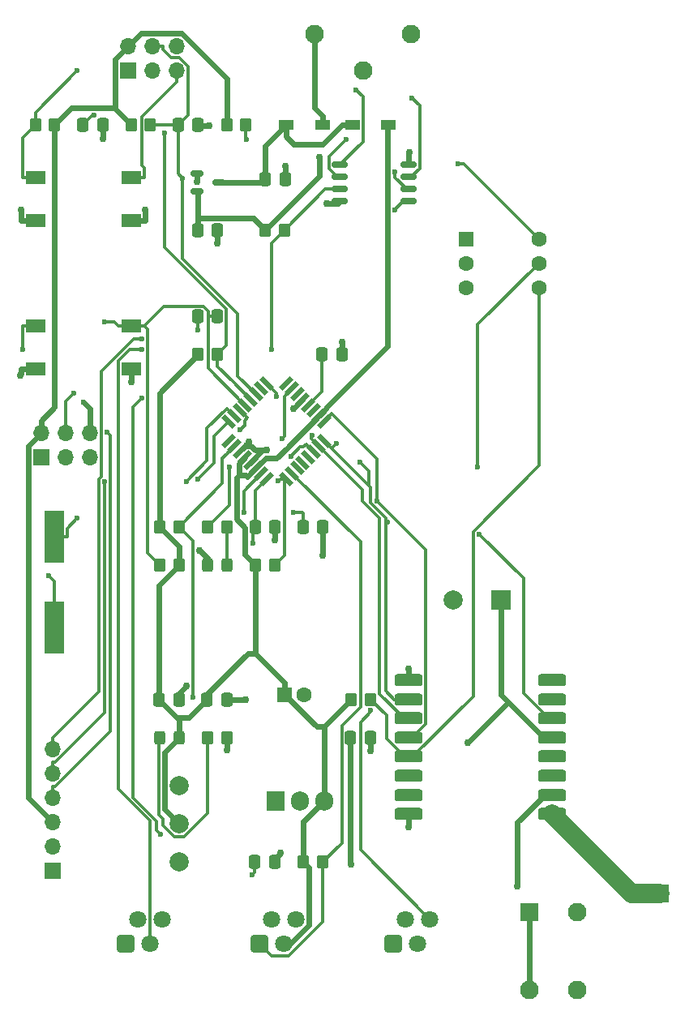
<source format=gbr>
%TF.GenerationSoftware,KiCad,Pcbnew,9.0.0*%
%TF.CreationDate,2025-03-09T10:23:32+01:00*%
%TF.ProjectId,ws_3.0,77735f33-2e30-42e6-9b69-6361645f7063,rev?*%
%TF.SameCoordinates,Original*%
%TF.FileFunction,Copper,L1,Top*%
%TF.FilePolarity,Positive*%
%FSLAX46Y46*%
G04 Gerber Fmt 4.6, Leading zero omitted, Abs format (unit mm)*
G04 Created by KiCad (PCBNEW 9.0.0) date 2025-03-09 10:23:32*
%MOMM*%
%LPD*%
G01*
G04 APERTURE LIST*
G04 Aperture macros list*
%AMRoundRect*
0 Rectangle with rounded corners*
0 $1 Rounding radius*
0 $2 $3 $4 $5 $6 $7 $8 $9 X,Y pos of 4 corners*
0 Add a 4 corners polygon primitive as box body*
4,1,4,$2,$3,$4,$5,$6,$7,$8,$9,$2,$3,0*
0 Add four circle primitives for the rounded corners*
1,1,$1+$1,$2,$3*
1,1,$1+$1,$4,$5*
1,1,$1+$1,$6,$7*
1,1,$1+$1,$8,$9*
0 Add four rect primitives between the rounded corners*
20,1,$1+$1,$2,$3,$4,$5,0*
20,1,$1+$1,$4,$5,$6,$7,0*
20,1,$1+$1,$6,$7,$8,$9,0*
20,1,$1+$1,$8,$9,$2,$3,0*%
%AMRotRect*
0 Rectangle, with rotation*
0 The origin of the aperture is its center*
0 $1 length*
0 $2 width*
0 $3 Rotation angle, in degrees counterclockwise*
0 Add horizontal line*
21,1,$1,$2,0,0,$3*%
G04 Aperture macros list end*
%TA.AperFunction,ComponentPad*%
%ADD10R,1.905000X2.000000*%
%TD*%
%TA.AperFunction,ComponentPad*%
%ADD11O,1.905000X2.000000*%
%TD*%
%TA.AperFunction,SMDPad,CuDef*%
%ADD12R,2.100000X1.400000*%
%TD*%
%TA.AperFunction,SMDPad,CuDef*%
%ADD13RoundRect,0.250000X-0.337500X-0.475000X0.337500X-0.475000X0.337500X0.475000X-0.337500X0.475000X0*%
%TD*%
%TA.AperFunction,ComponentPad*%
%ADD14RoundRect,0.250000X-0.550000X-0.550000X0.550000X-0.550000X0.550000X0.550000X-0.550000X0.550000X0*%
%TD*%
%TA.AperFunction,ComponentPad*%
%ADD15C,1.600000*%
%TD*%
%TA.AperFunction,ComponentPad*%
%ADD16R,1.700000X1.700000*%
%TD*%
%TA.AperFunction,ComponentPad*%
%ADD17O,1.700000X1.700000*%
%TD*%
%TA.AperFunction,ComponentPad*%
%ADD18C,2.000000*%
%TD*%
%TA.AperFunction,ComponentPad*%
%ADD19RoundRect,0.250000X-0.650000X-0.650000X0.650000X-0.650000X0.650000X0.650000X-0.650000X0.650000X0*%
%TD*%
%TA.AperFunction,ComponentPad*%
%ADD20C,1.800000*%
%TD*%
%TA.AperFunction,ComponentPad*%
%ADD21R,1.600000X1.600000*%
%TD*%
%TA.AperFunction,ComponentPad*%
%ADD22C,1.950000*%
%TD*%
%TA.AperFunction,SMDPad,CuDef*%
%ADD23RoundRect,0.250000X-0.350000X-0.450000X0.350000X-0.450000X0.350000X0.450000X-0.350000X0.450000X0*%
%TD*%
%TA.AperFunction,ComponentPad*%
%ADD24R,1.950000X1.950000*%
%TD*%
%TA.AperFunction,SMDPad,CuDef*%
%ADD25RotRect,1.600000X0.550000X45.000000*%
%TD*%
%TA.AperFunction,SMDPad,CuDef*%
%ADD26RotRect,1.600000X0.550000X135.000000*%
%TD*%
%TA.AperFunction,SMDPad,CuDef*%
%ADD27RoundRect,0.250000X-0.325000X-0.450000X0.325000X-0.450000X0.325000X0.450000X-0.325000X0.450000X0*%
%TD*%
%TA.AperFunction,SMDPad,CuDef*%
%ADD28RoundRect,0.250000X0.337500X0.475000X-0.337500X0.475000X-0.337500X-0.475000X0.337500X-0.475000X0*%
%TD*%
%TA.AperFunction,SMDPad,CuDef*%
%ADD29R,1.600000X1.000000*%
%TD*%
%TA.AperFunction,SMDPad,CuDef*%
%ADD30R,2.000000X5.500000*%
%TD*%
%TA.AperFunction,SMDPad,CuDef*%
%ADD31RoundRect,0.162500X-0.650000X-0.162500X0.650000X-0.162500X0.650000X0.162500X-0.650000X0.162500X0*%
%TD*%
%TA.AperFunction,SMDPad,CuDef*%
%ADD32RoundRect,0.317500X-1.157500X-0.317500X1.157500X-0.317500X1.157500X0.317500X-1.157500X0.317500X0*%
%TD*%
%TA.AperFunction,SMDPad,CuDef*%
%ADD33RoundRect,0.150000X-0.512500X-0.150000X0.512500X-0.150000X0.512500X0.150000X-0.512500X0.150000X0*%
%TD*%
%TA.AperFunction,ComponentPad*%
%ADD34R,2.000000X2.000000*%
%TD*%
%TA.AperFunction,ViaPad*%
%ADD35C,0.756400*%
%TD*%
%TA.AperFunction,ViaPad*%
%ADD36C,0.600000*%
%TD*%
%TA.AperFunction,Conductor*%
%ADD37C,0.600000*%
%TD*%
%TA.AperFunction,Conductor*%
%ADD38C,0.549800*%
%TD*%
%TA.AperFunction,Conductor*%
%ADD39C,0.300000*%
%TD*%
%TA.AperFunction,Conductor*%
%ADD40C,2.000000*%
%TD*%
G04 APERTURE END LIST*
D10*
%TO.P,U2,1,VI*%
%TO.N,/power/RAW*%
X140060000Y-131600000D03*
D11*
%TO.P,U2,2,GND*%
%TO.N,GND*%
X142600000Y-131600000D03*
%TO.P,U2,3,VO*%
%TO.N,+3.3V*%
X145140000Y-131600000D03*
%TD*%
D12*
%TO.P,SW3,1*%
%TO.N,Net-(U1-~{RESET}{slash}PC6)*%
X115000000Y-82000000D03*
%TO.P,SW3,2*%
%TO.N,GND*%
X115000000Y-86500000D03*
%TO.P,SW3,3*%
%TO.N,Net-(U1-~{RESET}{slash}PC6)*%
X125000000Y-82000000D03*
%TO.P,SW3,4*%
%TO.N,GND*%
X125000000Y-86500000D03*
%TD*%
D13*
%TO.P,C11,1*%
%TO.N,+3.3V*%
X132925000Y-121000000D03*
%TO.P,C11,2*%
%TO.N,GND*%
X135000000Y-121000000D03*
%TD*%
D14*
%TO.P,SW1,1*%
%TO.N,GND*%
X160000000Y-72920000D03*
D15*
%TO.P,SW1,2*%
X160000000Y-75460000D03*
%TO.P,SW1,3*%
%TO.N,SS*%
X160000000Y-78000000D03*
%TO.P,SW1,4*%
%TO.N,OPT_PROGRAM*%
X167620000Y-78000000D03*
%TO.P,SW1,5*%
%TO.N,OPT_DEBUG*%
X167620000Y-75460000D03*
%TO.P,SW1,6*%
%TO.N,OPT_CLEAR*%
X167620000Y-72920000D03*
%TD*%
D13*
%TO.P,C14,1*%
%TO.N,Net-(U1-XTAL1{slash}PB6)*%
X142962500Y-103000000D03*
%TO.P,C14,2*%
%TO.N,GND*%
X145037500Y-103000000D03*
%TD*%
D16*
%TO.P,J1,1,MISO*%
%TO.N,Net-(J1-MISO)*%
X124655000Y-55352500D03*
D17*
%TO.P,J1,2,VCC*%
%TO.N,+3.3V*%
X124655000Y-52812500D03*
%TO.P,J1,3,SCK*%
%TO.N,I2C_SCL*%
X127195000Y-55352500D03*
%TO.P,J1,4,MOSI*%
%TO.N,I2C_SDA*%
X127195000Y-52812500D03*
%TO.P,J1,5,~{RST}*%
%TO.N,Net-(J1-~{RST})*%
X129735000Y-55352500D03*
%TO.P,J1,6,GND*%
%TO.N,GND*%
X129735000Y-52812500D03*
%TD*%
D13*
%TO.P,C9,1*%
%TO.N,Net-(U1-AREF)*%
X144925000Y-85000000D03*
%TO.P,C9,2*%
%TO.N,GND*%
X147000000Y-85000000D03*
%TD*%
%TO.P,C4,1*%
%TO.N,BACKUP_IN*%
X138998100Y-66654500D03*
%TO.P,C4,2*%
%TO.N,GND*%
X141073100Y-66654500D03*
%TD*%
D18*
%TO.P,TP1,1,1*%
%TO.N,/power/RAW*%
X130000000Y-130000000D03*
%TD*%
D19*
%TO.P,J2,1*%
%TO.N,unconnected-(J2-Pad1)*%
X124400000Y-146500000D03*
D20*
%TO.P,J2,2*%
%TO.N,unconnected-(J2-Pad2)*%
X125670000Y-143960000D03*
%TO.P,J2,3*%
%TO.N,RAIN*%
X126940000Y-146500000D03*
%TO.P,J2,4*%
%TO.N,Net-(C3-Pad1)*%
X128210000Y-143960000D03*
%TD*%
D16*
%TO.P,J6,1,MISO*%
%TO.N,MISO*%
X115600000Y-95740000D03*
D17*
%TO.P,J6,2,VCC*%
%TO.N,+3.3V*%
X115600000Y-93200000D03*
%TO.P,J6,3,SCK*%
%TO.N,SCK*%
X118140000Y-95740000D03*
%TO.P,J6,4,MOSI*%
%TO.N,MOSI*%
X118140000Y-93200000D03*
%TO.P,J6,5,~{RST}*%
%TO.N,SS*%
X120680000Y-95740000D03*
%TO.P,J6,6,GND*%
%TO.N,GND*%
X120680000Y-93200000D03*
%TD*%
D21*
%TO.P,C2,1*%
%TO.N,+3.3V*%
X141044900Y-120500000D03*
D15*
%TO.P,C2,2*%
%TO.N,GND*%
X143044900Y-120500000D03*
%TD*%
D22*
%TO.P,BT1,1,+*%
%TO.N,/Attiny85/BATTERY*%
X144200000Y-51500000D03*
%TO.P,BT1,2,-*%
%TO.N,GND*%
X149200000Y-55300000D03*
%TO.P,BT1,3*%
%TO.N,/Attiny85/BATTERY*%
X154200000Y-51500000D03*
%TD*%
D23*
%TO.P,R10,1*%
%TO.N,Net-(U1-PC0)*%
X133000000Y-103000000D03*
%TO.P,R10,2*%
%TO.N,Net-(D4-A)*%
X135000000Y-103000000D03*
%TD*%
%TO.P,R12,1*%
%TO.N,Net-(U1-~{RESET}{slash}PC6)*%
X128000000Y-107000000D03*
%TO.P,R12,2*%
%TO.N,+3.3V*%
X130000000Y-107000000D03*
%TD*%
D16*
%TO.P,J7,1,Pin_1*%
%TO.N,GND*%
X116800000Y-138880000D03*
D17*
%TO.P,J7,2,Pin_2*%
X116800000Y-136340000D03*
%TO.P,J7,3,Pin_3*%
%TO.N,+3.3V*%
X116800000Y-133800000D03*
%TO.P,J7,4,Pin_4*%
%TO.N,TXD*%
X116800000Y-131260000D03*
%TO.P,J7,5,Pin_5*%
%TO.N,RXD*%
X116800000Y-128720000D03*
%TO.P,J7,6,Pin_6*%
%TO.N,Net-(J7-Pin_6)*%
X116800000Y-126180000D03*
%TD*%
D23*
%TO.P,R8,1*%
%TO.N,+3.3V*%
X143000000Y-138000000D03*
%TO.P,R8,2*%
%TO.N,TEMP_1W*%
X145000000Y-138000000D03*
%TD*%
D24*
%TO.P,AE1,1,A*%
%TO.N,ANTENNA*%
X180200000Y-141300000D03*
%TD*%
D13*
%TO.P,C13,1*%
%TO.N,Net-(U1-XTAL2{slash}PB7)*%
X137962500Y-103000000D03*
%TO.P,C13,2*%
%TO.N,GND*%
X140037500Y-103000000D03*
%TD*%
D18*
%TO.P,TP2,1,1*%
%TO.N,+3.3V*%
X130000000Y-134000000D03*
%TD*%
D25*
%TO.P,U1,1,PD3*%
%TO.N,unconnected-(U1-PD3-Pad1)*%
X135214897Y-94010405D03*
%TO.P,U1,2,PD4*%
%TO.N,WIND_SPEED*%
X135780583Y-94576090D03*
%TO.P,U1,3,GND*%
%TO.N,GND*%
X136346268Y-95141776D03*
%TO.P,U1,4,VCC*%
%TO.N,+3.3V*%
X136911953Y-95707461D03*
%TO.P,U1,5,GND*%
%TO.N,GND*%
X137477639Y-96273147D03*
%TO.P,U1,6,VCC*%
%TO.N,+3.3V*%
X138043324Y-96838832D03*
%TO.P,U1,7,XTAL1/PB6*%
%TO.N,Net-(U1-XTAL1{slash}PB6)*%
X138609010Y-97404517D03*
%TO.P,U1,8,XTAL2/PB7*%
%TO.N,Net-(U1-XTAL2{slash}PB7)*%
X139174695Y-97970203D03*
D26*
%TO.P,U1,9,PD5*%
%TO.N,OPT_DEBUG*%
X141225305Y-97970203D03*
%TO.P,U1,10,PD6*%
%TO.N,TEMP_1W*%
X141790990Y-97404517D03*
%TO.P,U1,11,PD7*%
%TO.N,unconnected-(U1-PD7-Pad11)*%
X142356676Y-96838832D03*
%TO.P,U1,12,PB0*%
%TO.N,unconnected-(U1-PB0-Pad12)*%
X142922361Y-96273147D03*
%TO.P,U1,13,PB1*%
%TO.N,unconnected-(U1-PB1-Pad13)*%
X143488047Y-95707461D03*
%TO.P,U1,14,PB2*%
%TO.N,SS*%
X144053732Y-95141776D03*
%TO.P,U1,15,PB3*%
%TO.N,MOSI*%
X144619417Y-94576090D03*
%TO.P,U1,16,PB4*%
%TO.N,MISO*%
X145185103Y-94010405D03*
D25*
%TO.P,U1,17,PB5*%
%TO.N,SCK*%
X145185103Y-91959795D03*
%TO.P,U1,18,AVCC*%
%TO.N,+3.3V*%
X144619417Y-91394110D03*
%TO.P,U1,19,ADC6*%
%TO.N,unconnected-(U1-ADC6-Pad19)*%
X144053732Y-90828424D03*
%TO.P,U1,20,AREF*%
%TO.N,Net-(U1-AREF)*%
X143488047Y-90262739D03*
%TO.P,U1,21,GND*%
%TO.N,GND*%
X142922361Y-89697053D03*
%TO.P,U1,22,ADC7*%
%TO.N,unconnected-(U1-ADC7-Pad22)*%
X142356676Y-89131368D03*
%TO.P,U1,23,PC0*%
%TO.N,Net-(U1-PC0)*%
X141790990Y-88565683D03*
%TO.P,U1,24,PC1*%
%TO.N,unconnected-(U1-PC1-Pad24)*%
X141225305Y-87999997D03*
D26*
%TO.P,U1,25,PC2*%
%TO.N,WIND_DIR*%
X139174695Y-87999997D03*
%TO.P,U1,26,PC3*%
%TO.N,unconnected-(U1-PC3-Pad26)*%
X138609010Y-88565683D03*
%TO.P,U1,27,PC4*%
%TO.N,I2C_SDA*%
X138043324Y-89131368D03*
%TO.P,U1,28,PC5*%
%TO.N,I2C_SCL*%
X137477639Y-89697053D03*
%TO.P,U1,29,~{RESET}/PC6*%
%TO.N,Net-(U1-~{RESET}{slash}PC6)*%
X136911953Y-90262739D03*
%TO.P,U1,30,PD0*%
%TO.N,TXD*%
X136346268Y-90828424D03*
%TO.P,U1,31,PD1*%
%TO.N,RXD*%
X135780583Y-91394110D03*
%TO.P,U1,32,PD2*%
%TO.N,DIO0*%
X135214897Y-91959795D03*
%TD*%
D27*
%TO.P,D1,1,K*%
%TO.N,Net-(D1-K)*%
X127950000Y-125000000D03*
%TO.P,D1,2,A*%
%TO.N,+3.3V*%
X130000000Y-125000000D03*
%TD*%
D13*
%TO.P,C1,1*%
%TO.N,/power/RAW*%
X147925000Y-125000000D03*
%TO.P,C1,2*%
%TO.N,GND*%
X150000000Y-125000000D03*
%TD*%
D23*
%TO.P,R11,1*%
%TO.N,Net-(J1-~{RST})*%
X115000000Y-61000000D03*
%TO.P,R11,2*%
%TO.N,+3.3V*%
X117000000Y-61000000D03*
%TD*%
D28*
%TO.P,C12,1*%
%TO.N,Net-(U1-~{RESET}{slash}PC6)*%
X134000000Y-81000000D03*
%TO.P,C12,2*%
%TO.N,Net-(J7-Pin_6)*%
X131925000Y-81000000D03*
%TD*%
D23*
%TO.P,R4,1*%
%TO.N,+3.3V*%
X125000000Y-61000000D03*
%TO.P,R4,2*%
%TO.N,I2C_SDA*%
X127000000Y-61000000D03*
%TD*%
D24*
%TO.P,J5,1,1.1*%
%TO.N,/power/RAW*%
X166605745Y-143181536D03*
D22*
%TO.P,J5,2,1.2*%
X166605745Y-151381536D03*
%TO.P,J5,3,2.1*%
%TO.N,GND*%
X171605745Y-143181536D03*
%TO.P,J5,4,2.2*%
X171605745Y-151381536D03*
%TD*%
D23*
%TO.P,R7,1*%
%TO.N,+3.3V*%
X148000000Y-121000000D03*
%TO.P,R7,2*%
%TO.N,OPT_PROGRAM*%
X150000000Y-121000000D03*
%TD*%
D29*
%TO.P,D3,1,K*%
%TO.N,BACKUP_IN*%
X148100000Y-61000000D03*
%TO.P,D3,2,A*%
%TO.N,+3.3V*%
X151900000Y-61000000D03*
%TD*%
%TO.P,D2,1,K*%
%TO.N,BACKUP_IN*%
X141200000Y-61000000D03*
%TO.P,D2,2,A*%
%TO.N,/Attiny85/BATTERY*%
X145000000Y-61000000D03*
%TD*%
D30*
%TO.P,Y1,1,1*%
%TO.N,Net-(U1-XTAL2{slash}PB7)*%
X117000000Y-113500000D03*
%TO.P,Y1,2,2*%
%TO.N,Net-(U1-XTAL1{slash}PB6)*%
X117000000Y-104000000D03*
%TD*%
D23*
%TO.P,R2,1*%
%TO.N,BACKUP_POWER*%
X139032400Y-72000000D03*
%TO.P,R2,2*%
%TO.N,RAIN*%
X141032400Y-72000000D03*
%TD*%
D19*
%TO.P,J4,1*%
%TO.N,TEMP_1W*%
X138400000Y-146500000D03*
D20*
%TO.P,J4,2*%
%TO.N,unconnected-(J4-Pad2)*%
X139670000Y-143960000D03*
%TO.P,J4,3*%
%TO.N,+3.3V*%
X140940000Y-146500000D03*
%TO.P,J4,4*%
%TO.N,GND*%
X142210000Y-143960000D03*
%TD*%
D13*
%TO.P,C10,1*%
%TO.N,+3.3V*%
X127925000Y-121000000D03*
%TO.P,C10,2*%
%TO.N,GND*%
X130000000Y-121000000D03*
%TD*%
%TO.P,C3,1*%
%TO.N,Net-(C3-Pad1)*%
X137925000Y-138000000D03*
%TO.P,C3,2*%
%TO.N,GND*%
X140000000Y-138000000D03*
%TD*%
D31*
%TO.P,U3,1,~{RESET}/PB5*%
%TO.N,Net-(J1-~{RST})*%
X146825000Y-65190000D03*
%TO.P,U3,2,XTAL1/PB3*%
%TO.N,OPT_CLEAR*%
X146825000Y-66460000D03*
%TO.P,U3,3,XTAL2/PB4*%
%TO.N,RAIN*%
X146825000Y-67730000D03*
%TO.P,U3,4,GND*%
%TO.N,GND*%
X146825000Y-69000000D03*
%TO.P,U3,5,AREF/PB0*%
%TO.N,I2C_SDA*%
X154000000Y-69000000D03*
%TO.P,U3,6,PB1*%
%TO.N,Net-(J1-MISO)*%
X154000000Y-67730000D03*
%TO.P,U3,7,PB2*%
%TO.N,I2C_SCL*%
X154000000Y-66460000D03*
%TO.P,U3,8,VCC*%
%TO.N,BACKUP_POWER*%
X154000000Y-65190000D03*
%TD*%
D13*
%TO.P,C6,1*%
%TO.N,I2C_SDA*%
X129925000Y-61000000D03*
%TO.P,C6,2*%
%TO.N,GND*%
X132000000Y-61000000D03*
%TD*%
D18*
%TO.P,TP3,1,1*%
%TO.N,GND*%
X130000000Y-138000000D03*
%TD*%
D13*
%TO.P,C5,1*%
%TO.N,BACKUP_POWER*%
X131925000Y-72000000D03*
%TO.P,C5,2*%
%TO.N,GND*%
X134000000Y-72000000D03*
%TD*%
D23*
%TO.P,R5,1*%
%TO.N,+3.3V*%
X135000000Y-61000000D03*
%TO.P,R5,2*%
%TO.N,OPT_CLEAR*%
X137000000Y-61000000D03*
%TD*%
D32*
%TO.P,U5,1,GND*%
%TO.N,GND*%
X153950000Y-119000000D03*
%TO.P,U5,2,MISO*%
%TO.N,MISO*%
X153950000Y-121000000D03*
%TO.P,U5,3,MOSI*%
%TO.N,MOSI*%
X153950000Y-123000000D03*
%TO.P,U5,4,SCK*%
%TO.N,SCK*%
X153950000Y-125000000D03*
%TO.P,U5,5,NSS*%
%TO.N,OPT_PROGRAM*%
X153950000Y-127000000D03*
%TO.P,U5,6,RESET*%
%TO.N,unconnected-(U5-RESET-Pad6)*%
X153950000Y-129000000D03*
%TO.P,U5,7,DIO5*%
%TO.N,unconnected-(U5-DIO5-Pad7)*%
X153950000Y-131000000D03*
%TO.P,U5,8,GND*%
%TO.N,GND*%
X153950000Y-133000000D03*
%TO.P,U5,9,ANT*%
%TO.N,ANTENNA*%
X169000000Y-133000000D03*
%TO.P,U5,10,GND*%
%TO.N,GND*%
X169000000Y-131000000D03*
%TO.P,U5,11,DIO3*%
%TO.N,unconnected-(U5-DIO3-Pad11)*%
X169000000Y-129000000D03*
%TO.P,U5,12,DIO4*%
%TO.N,unconnected-(U5-DIO4-Pad12)*%
X169000000Y-127000000D03*
%TO.P,U5,13,3.3V*%
%TO.N,+3.3V*%
X169000000Y-125000000D03*
%TO.P,U5,14,DIO0*%
%TO.N,DIO0*%
X169000000Y-123000000D03*
%TO.P,U5,15,DIO1*%
%TO.N,unconnected-(U5-DIO1-Pad15)*%
X169000000Y-121000000D03*
%TO.P,U5,16,DIO2*%
%TO.N,unconnected-(U5-DIO2-Pad16)*%
X169000000Y-119000000D03*
%TD*%
D13*
%TO.P,C7,1*%
%TO.N,I2C_SCL*%
X119962500Y-61000000D03*
%TO.P,C7,2*%
%TO.N,GND*%
X122037500Y-61000000D03*
%TD*%
D12*
%TO.P,SW2,1*%
%TO.N,Net-(J1-~{RST})*%
X115000000Y-66500000D03*
%TO.P,SW2,2*%
%TO.N,GND*%
X115000000Y-71000000D03*
%TO.P,SW2,3*%
%TO.N,Net-(J1-~{RST})*%
X125000000Y-66500000D03*
%TO.P,SW2,4*%
%TO.N,GND*%
X125000000Y-71000000D03*
%TD*%
D19*
%TO.P,J3,1*%
%TO.N,+3.3V*%
X152400000Y-146500000D03*
D20*
%TO.P,J3,2*%
%TO.N,WIND_DIR*%
X153670000Y-143960000D03*
%TO.P,J3,3*%
%TO.N,GND*%
X154940000Y-146500000D03*
%TO.P,J3,4*%
%TO.N,WIND_SPEED*%
X156210000Y-143960000D03*
%TD*%
D33*
%TO.P,U4,1,GND*%
%TO.N,GND*%
X131912500Y-66050000D03*
%TO.P,U4,2,VO*%
%TO.N,BACKUP_POWER*%
X131912500Y-67950000D03*
%TO.P,U4,3,VI*%
%TO.N,BACKUP_IN*%
X134187500Y-67000000D03*
%TD*%
D23*
%TO.P,R6,1*%
%TO.N,+3.3V*%
X138000000Y-107000000D03*
%TO.P,R6,2*%
%TO.N,OPT_DEBUG*%
X140000000Y-107000000D03*
%TD*%
%TO.P,R1,1*%
%TO.N,Net-(D1-K)*%
X133000000Y-125000000D03*
%TO.P,R1,2*%
%TO.N,GND*%
X135000000Y-125000000D03*
%TD*%
%TO.P,R9,1*%
%TO.N,+3.3V*%
X128000000Y-103000000D03*
%TO.P,R9,2*%
%TO.N,WIND_SPEED*%
X130000000Y-103000000D03*
%TD*%
%TO.P,R3,1*%
%TO.N,+3.3V*%
X132000000Y-85000000D03*
%TO.P,R3,2*%
%TO.N,I2C_SCL*%
X134000000Y-85000000D03*
%TD*%
D27*
%TO.P,D4,1,K*%
%TO.N,GND*%
X132950000Y-107000000D03*
%TO.P,D4,2,A*%
%TO.N,Net-(D4-A)*%
X135000000Y-107000000D03*
%TD*%
D34*
%TO.P,C8,1*%
%TO.N,+3.3V*%
X163600000Y-110600000D03*
D18*
%TO.P,C8,2*%
%TO.N,GND*%
X158600000Y-110600000D03*
%TD*%
D35*
%TO.N,+3.3V*%
X160176000Y-125490000D03*
D36*
%TO.N,Net-(C3-Pad1)*%
X137641000Y-139357000D03*
%TO.N,OPT_CLEAR*%
X137072000Y-62490200D03*
X147496000Y-62490200D03*
X159153000Y-65052300D03*
%TO.N,OPT_DEBUG*%
X140352000Y-98185500D03*
X161214000Y-96768600D03*
D35*
%TO.N,BACKUP_POWER*%
X154048000Y-63870900D03*
X144693000Y-64417400D03*
D36*
%TO.N,Net-(J1-MISO)*%
X152540000Y-65919600D03*
%TO.N,Net-(J1-~{RST})*%
X148502000Y-57369400D03*
X119381000Y-55323100D03*
%TO.N,RAIN*%
X126127000Y-84426500D03*
X139656000Y-84426500D03*
%TO.N,WIND_SPEED*%
X131462000Y-120761000D03*
X150000000Y-122152400D03*
%TO.N,WIND_DIR*%
X140200000Y-89336100D03*
X128088000Y-135091000D03*
X126128600Y-89569072D03*
%TO.N,SCK*%
X150695000Y-100323000D03*
%TO.N,SS*%
X141684000Y-95619000D03*
%TO.N,MOSI*%
X143891000Y-93447400D03*
X119000000Y-89000000D03*
%TO.N,MISO*%
X148917100Y-96188400D03*
X151779800Y-102470000D03*
X146443800Y-94311800D03*
%TO.N,DIO0*%
X161322000Y-103725000D03*
X132000000Y-98000000D03*
D35*
%TO.N,GND*%
X132142600Y-105416600D03*
X147000000Y-83663500D03*
X141977000Y-90642200D03*
X153950000Y-134296000D03*
X141073000Y-65358200D03*
X131912000Y-66895300D03*
X113496000Y-69889400D03*
D36*
X120000000Y-90000000D03*
D35*
X130781400Y-119607000D03*
X135000000Y-126327000D03*
X125000000Y-87864600D03*
X126504000Y-69890200D03*
X153950000Y-117812000D03*
X122038000Y-62426000D03*
X140630243Y-137071757D03*
X113392000Y-87132700D03*
X134000000Y-73408000D03*
X139130000Y-94985100D03*
X137297000Y-94088300D03*
X140038000Y-104349000D03*
X150000000Y-126340000D03*
X165355000Y-140474000D03*
X145000000Y-106000000D03*
X133146000Y-61102800D03*
X145461000Y-69189500D03*
X137000000Y-121000000D03*
D36*
%TO.N,I2C_SCL*%
X121172000Y-60018700D03*
X154339000Y-58176100D03*
X128469000Y-61858100D03*
%TO.N,I2C_SDA*%
X152540000Y-69882900D03*
X130390000Y-66571100D03*
D35*
%TO.N,/power/RAW*%
X147946000Y-138211000D03*
D36*
%TO.N,Net-(U1-~{RESET}{slash}PC6)*%
X113676000Y-84426500D03*
X122234000Y-81589700D03*
%TO.N,Net-(U1-XTAL2{slash}PB7)*%
X137728000Y-104736000D03*
X116397000Y-108072000D03*
%TO.N,Net-(U1-XTAL1{slash}PB6)*%
X136755000Y-101492000D03*
X142000000Y-101492000D03*
X119386000Y-102077000D03*
%TO.N,TXD*%
X122513000Y-93134500D03*
X136407000Y-92850600D03*
%TO.N,RXD*%
X130766000Y-98233500D03*
X122235000Y-98233500D03*
%TO.N,Net-(U1-PC0)*%
X135286000Y-96716800D03*
X140736000Y-93811600D03*
%TO.N,Net-(J7-Pin_6)*%
X131966000Y-82389500D03*
X126091000Y-83351200D03*
%TD*%
D37*
%TO.N,+3.3V*%
X141240100Y-94773500D02*
X141239800Y-94773500D01*
X138000000Y-116201000D02*
X141045000Y-119246000D01*
X137157600Y-97724500D02*
X137157100Y-97724500D01*
X128000000Y-89000000D02*
X128000000Y-103000000D01*
X135994000Y-102170000D02*
X135994000Y-97807300D01*
X151786000Y-84125600D02*
X145455000Y-90456000D01*
X136870000Y-103046000D02*
X135994000Y-102170000D01*
X137202000Y-116201000D02*
X138000000Y-116201000D01*
X126035000Y-51432700D02*
X124655000Y-52812500D01*
X116800000Y-133800000D02*
X114296000Y-131296000D01*
X115600000Y-93200000D02*
X115600000Y-91895900D01*
X135994000Y-97807300D02*
X136258000Y-97543400D01*
X138000000Y-107000000D02*
X138000000Y-116201000D01*
X132925000Y-121000000D02*
X132925000Y-120478000D01*
X131050000Y-122875000D02*
X132925000Y-121000000D01*
X117000000Y-90495900D02*
X117000000Y-61000000D01*
X141045000Y-120500000D02*
X144405000Y-123860000D01*
X141044900Y-119873100D02*
X141044900Y-120500000D01*
X141045000Y-119873000D02*
X141044900Y-119873100D01*
X136870000Y-105870000D02*
X136870000Y-103046000D01*
X135000000Y-61000000D02*
X135000000Y-56200200D01*
X145140000Y-123860000D02*
X145140000Y-131600000D01*
X115600000Y-91895900D02*
X117000000Y-90495900D01*
X141240100Y-94773400D02*
X141240100Y-94773500D01*
X169000000Y-125000000D02*
X168096000Y-125000000D01*
X141045000Y-119873000D02*
X141045000Y-120500000D01*
X143576000Y-138576000D02*
X143000000Y-138000000D01*
D38*
X145488000Y-90525000D02*
X145455000Y-90491700D01*
D37*
X144619000Y-91394100D02*
X145054000Y-90959500D01*
X136258000Y-96361400D02*
X136912000Y-95707500D01*
X139065000Y-95817400D02*
X140196000Y-95817400D01*
X151786000Y-61114400D02*
X151786000Y-84125600D01*
X114296000Y-94504100D02*
X115600000Y-93200000D01*
X138043300Y-96838800D02*
X137959300Y-96922800D01*
X123342000Y-54125000D02*
X124655000Y-52812500D01*
X132925000Y-120478000D02*
X137202000Y-116201000D01*
X136258000Y-97543400D02*
X136258000Y-96361400D01*
X130000000Y-134000000D02*
X128496000Y-132496000D01*
D38*
X145455000Y-90491700D02*
X145455000Y-90456000D01*
D37*
X136258000Y-97543400D02*
X136974000Y-97543400D01*
X137157100Y-97724500D02*
X138043000Y-96838800D01*
X168096000Y-125000000D02*
X164381000Y-121285000D01*
X138000000Y-107000000D02*
X136870000Y-105870000D01*
X125000000Y-61000000D02*
X123342000Y-59342500D01*
X130000000Y-125000000D02*
X130000000Y-122875000D01*
X128496000Y-132496000D02*
X128496000Y-126504000D01*
X129800000Y-122875000D02*
X130000000Y-122875000D01*
X141239800Y-94773500D02*
X144619000Y-91394100D01*
X130000000Y-107000000D02*
X127925000Y-109075000D01*
X130000000Y-122875000D02*
X131050000Y-122875000D01*
X143576000Y-144565000D02*
X143576000Y-138576000D01*
X163600000Y-120504000D02*
X164381000Y-121285000D01*
X135000000Y-56200200D02*
X130232000Y-51432700D01*
X118741000Y-59259300D02*
X117000000Y-61000000D01*
X123342000Y-59342500D02*
X123342000Y-59259300D01*
X137156000Y-97725600D02*
X137157100Y-97724500D01*
X151900000Y-61000000D02*
X151786000Y-61114400D01*
X144405000Y-123860000D02*
X145140000Y-123860000D01*
X144619400Y-91394100D02*
X141240100Y-94773400D01*
X148000000Y-121000000D02*
X145140000Y-123860000D01*
X137856400Y-97025700D02*
X137157600Y-97724500D01*
X140196000Y-95817400D02*
X141239800Y-94773500D01*
X163600000Y-110600000D02*
X163600000Y-120504000D01*
X143000000Y-138000000D02*
X143000000Y-133740000D01*
D38*
X137856400Y-97025700D02*
X137959300Y-96922800D01*
D37*
X143000000Y-133740000D02*
X145140000Y-131600000D01*
X127925000Y-121000000D02*
X129800000Y-122875000D01*
X123342000Y-59259300D02*
X118741000Y-59259300D01*
X136974000Y-97543400D02*
X137156000Y-97725600D01*
X128496000Y-126504000D02*
X130000000Y-125000000D01*
X114296000Y-131296000D02*
X114296000Y-94504100D01*
X141045000Y-119246000D02*
X141045000Y-119873000D01*
X141641000Y-146500000D02*
X143576000Y-144565000D01*
X138043000Y-96838800D02*
X139065000Y-95817400D01*
X164381000Y-121285000D02*
X160176000Y-125490000D01*
X127925000Y-109075000D02*
X127925000Y-121000000D01*
D38*
X145054000Y-90959500D02*
X145488000Y-90525000D01*
D37*
X132000000Y-85000000D02*
X128000000Y-89000000D01*
X128000000Y-103000000D02*
X130000000Y-105000000D01*
X140940000Y-146500000D02*
X141641000Y-146500000D01*
X130000000Y-105000000D02*
X130000000Y-107000000D01*
X130232000Y-51432700D02*
X126035000Y-51432700D01*
X123342000Y-59259300D02*
X123342000Y-54125000D01*
%TO.N,/Attiny85/BATTERY*%
X145000000Y-61000000D02*
X145000000Y-60045900D01*
X145000000Y-60045900D02*
X144200000Y-59245900D01*
X144200000Y-59245900D02*
X144200000Y-51500000D01*
D39*
%TO.N,Net-(C3-Pad1)*%
X137925000Y-138000000D02*
X137925000Y-139073000D01*
X137925000Y-139073000D02*
X137641000Y-139357000D01*
%TO.N,OPT_CLEAR*%
X159752000Y-65052300D02*
X159153000Y-65052300D01*
X146546000Y-66460000D02*
X145708000Y-65621700D01*
X137000000Y-62418600D02*
X137072000Y-62490200D01*
X167620000Y-72920000D02*
X159752000Y-65052300D01*
X137000000Y-61000000D02*
X137000000Y-62418600D01*
X145708000Y-65621700D02*
X145708000Y-64278500D01*
X145708000Y-64278500D02*
X147496000Y-62490200D01*
X146825000Y-66460000D02*
X146546000Y-66460000D01*
%TO.N,OPT_DEBUG*%
X141000000Y-106000000D02*
X141000000Y-98195500D01*
X141225200Y-97970300D02*
X141225000Y-97970200D01*
X141225300Y-97970200D02*
X141225200Y-97970300D01*
X141000000Y-98195500D02*
X141225200Y-97970300D01*
X140000000Y-107000000D02*
X141000000Y-106000000D01*
X140568000Y-97970200D02*
X140352000Y-98185500D01*
X141225000Y-97970200D02*
X140568000Y-97970200D01*
X161214000Y-81865900D02*
X167620000Y-75460000D01*
X161214000Y-96768600D02*
X161214000Y-81865900D01*
%TO.N,OPT_PROGRAM*%
X160718000Y-103475000D02*
X160718000Y-120677000D01*
X167620000Y-96572500D02*
X160718000Y-103475000D01*
X151657000Y-125064000D02*
X153593000Y-127000000D01*
X151657000Y-122657000D02*
X151657000Y-125064000D01*
X150000000Y-121000000D02*
X151657000Y-122657000D01*
X154395000Y-127000000D02*
X153950000Y-127000000D01*
X167620000Y-78000000D02*
X167620000Y-96572500D01*
X153593000Y-127000000D02*
X153950000Y-127000000D01*
X160718000Y-120677000D02*
X154395000Y-127000000D01*
D37*
%TO.N,BACKUP_IN*%
X138998100Y-63201900D02*
X138998100Y-66654500D01*
X141200000Y-61000000D02*
X138998100Y-63201900D01*
X138652600Y-67000000D02*
X138998100Y-66654500D01*
X141200000Y-61000000D02*
X141200000Y-62200000D01*
X147000000Y-61000000D02*
X148100000Y-61000000D01*
X134187500Y-67000000D02*
X138652600Y-67000000D01*
X141200000Y-62200000D02*
X142000000Y-63000000D01*
X145000000Y-63000000D02*
X147000000Y-61000000D01*
X142000000Y-63000000D02*
X145000000Y-63000000D01*
%TO.N,BACKUP_POWER*%
X131912000Y-67950000D02*
X131912300Y-67950200D01*
X131925000Y-67962500D02*
X131925000Y-70754500D01*
X139032400Y-71999900D02*
X143674000Y-67358300D01*
X131925000Y-70754500D02*
X137787000Y-70754500D01*
X154048000Y-63870900D02*
X154000000Y-63918500D01*
X137787000Y-70754500D02*
X139032000Y-72000000D01*
X154000000Y-63918500D02*
X154000000Y-65190000D01*
X144693000Y-66339300D02*
X144693000Y-64417400D01*
X131912500Y-67950000D02*
X131912300Y-67950200D01*
X139032400Y-72000000D02*
X139032400Y-71999900D01*
X139032000Y-72000000D02*
X143674000Y-67358300D01*
X131912300Y-67950200D02*
X131925000Y-67962500D01*
X143674000Y-67358300D02*
X144693000Y-66339300D01*
X131925000Y-70754500D02*
X131925000Y-72000000D01*
D39*
%TO.N,Net-(D1-K)*%
X127877000Y-133084000D02*
X127877000Y-125073000D01*
X128293000Y-134142000D02*
X128293000Y-133500000D01*
X133000000Y-132879000D02*
X130534000Y-135346000D01*
X129496000Y-135346000D02*
X128293000Y-134142000D01*
X130534000Y-135346000D02*
X129496000Y-135346000D01*
X128293000Y-133500000D02*
X127877000Y-133084000D01*
X127877000Y-125073000D02*
X127950000Y-125000000D01*
X133000000Y-125000000D02*
X133000000Y-132879000D01*
%TO.N,Net-(J1-MISO)*%
X152540000Y-66472900D02*
X152540000Y-65919600D01*
X153797000Y-67730000D02*
X152540000Y-66472900D01*
X154000000Y-67730000D02*
X153797000Y-67730000D01*
%TO.N,Net-(J1-~{RST})*%
X129735000Y-56506600D02*
X129735000Y-55352500D01*
X149204000Y-58072000D02*
X148502000Y-57369400D01*
X113646000Y-66500000D02*
X113646000Y-62354100D01*
X126354000Y-65495900D02*
X126092000Y-65233400D01*
X149204000Y-62810900D02*
X149204000Y-58072000D01*
X125000000Y-66500000D02*
X126354000Y-66500000D01*
X126092000Y-60150000D02*
X129735000Y-56506600D01*
X126354000Y-66500000D02*
X126354000Y-65495900D01*
X115000000Y-61000000D02*
X115000000Y-59704200D01*
X126092000Y-65233400D02*
X126092000Y-60150000D01*
X113646000Y-62354100D02*
X115000000Y-61000000D01*
X115000000Y-66500000D02*
X113646000Y-66500000D01*
X146825000Y-65190000D02*
X149204000Y-62810900D01*
X115000000Y-59704200D02*
X119381000Y-55323100D01*
%TO.N,RAIN*%
X141032400Y-71999600D02*
X141032400Y-72000000D01*
X123646000Y-85674000D02*
X123646000Y-130363000D01*
X145302000Y-67730000D02*
X141032400Y-71999600D01*
X141032000Y-72000000D02*
X139656000Y-73376500D01*
X123646000Y-130363000D02*
X126940000Y-133658000D01*
X146825000Y-67730000D02*
X145302000Y-67730000D01*
X139656000Y-73376500D02*
X139656000Y-84426500D01*
X126940000Y-133658000D02*
X126940000Y-146500000D01*
X141032400Y-71999600D02*
X141032000Y-72000000D01*
X124893000Y-84426500D02*
X123646000Y-85674000D01*
X126127000Y-84426500D02*
X124893000Y-84426500D01*
%TO.N,WIND_SPEED*%
X148943000Y-136693000D02*
X156210000Y-143960000D01*
X131462000Y-120761000D02*
X131462000Y-104462000D01*
X131462000Y-104462000D02*
X130000000Y-103000000D01*
X135390500Y-94966500D02*
X135780600Y-94576400D01*
X135390500Y-94966500D02*
X135000000Y-95356900D01*
X135780600Y-94576400D02*
X135780600Y-94576100D01*
X134546000Y-95811000D02*
X134546000Y-98454300D01*
X135781000Y-94576100D02*
X135390500Y-94966500D01*
X135000000Y-95356900D02*
X134546000Y-95811000D01*
X150000000Y-122327000D02*
X148943000Y-123384000D01*
X150000000Y-122152400D02*
X150000000Y-122327000D01*
X134546000Y-98454300D02*
X130000000Y-103000000D01*
X148943000Y-123384000D02*
X148943000Y-136693000D01*
%TO.N,WIND_DIR*%
X139174700Y-88000000D02*
X139196200Y-88021500D01*
X140200000Y-89025300D02*
X140200000Y-89336100D01*
X125189000Y-90508672D02*
X125189000Y-131264000D01*
X139196400Y-88021500D02*
X139687500Y-88512600D01*
X125189000Y-131264000D02*
X127650000Y-133726000D01*
X139196200Y-88021500D02*
X139196400Y-88021500D01*
X127650000Y-133726000D02*
X127650000Y-134654000D01*
X139687500Y-88512600D02*
X140200000Y-89025300D01*
X139175000Y-88000000D02*
X139687500Y-88512600D01*
X127650000Y-134654000D02*
X128088000Y-135091000D01*
X126128600Y-89569072D02*
X125189000Y-90508672D01*
%TO.N,SCK*%
X145966000Y-91179100D02*
X150695000Y-95907900D01*
X150695000Y-100323000D02*
X155748000Y-105376000D01*
X150695000Y-95907900D02*
X150695000Y-100323000D01*
X145185000Y-91959800D02*
X145965900Y-91179200D01*
X155748000Y-123586000D02*
X154333000Y-125000000D01*
X145965800Y-91179100D02*
X145965900Y-91179200D01*
X154333000Y-125000000D02*
X153950000Y-125000000D01*
X145965900Y-91179200D02*
X145966000Y-91179100D01*
X145185100Y-91959800D02*
X145965800Y-91179100D01*
X155748000Y-105376000D02*
X155748000Y-123586000D01*
%TO.N,SS*%
X142672000Y-94630100D02*
X141684000Y-95619000D01*
X143663500Y-94751400D02*
X144053700Y-95141600D01*
X144054000Y-95141800D02*
X143663500Y-94751400D01*
X143663500Y-94751400D02*
X143273000Y-94361000D01*
X144053700Y-95141600D02*
X144053700Y-95141800D01*
X143273000Y-94361000D02*
X143004000Y-94630100D01*
X143004000Y-94630100D02*
X142672000Y-94630100D01*
%TO.N,MOSI*%
X144619400Y-94575800D02*
X143839000Y-93795400D01*
X143839000Y-93795400D02*
X143839000Y-93499600D01*
X153950000Y-123000000D02*
X153535000Y-123000000D01*
X153535000Y-123000000D02*
X150970000Y-120436000D01*
X150970000Y-102095000D02*
X149170000Y-100295000D01*
X150970000Y-120436000D02*
X150970000Y-102095000D01*
X119000000Y-89000000D02*
X118140000Y-89860000D01*
X144619000Y-94576100D02*
X143839000Y-93795400D01*
X149170000Y-100295000D02*
X149170000Y-99126600D01*
X143839000Y-93499600D02*
X143891000Y-93447400D01*
X149170000Y-99126600D02*
X144619000Y-94576100D01*
X144619400Y-94576100D02*
X144619400Y-94575800D01*
X118140000Y-89860000D02*
X118140000Y-93200000D01*
%TO.N,MISO*%
X151612000Y-120137000D02*
X151612000Y-102302200D01*
X151612000Y-102302200D02*
X151612000Y-102096000D01*
X145965800Y-94791100D02*
X146443800Y-94313100D01*
X149857500Y-97128800D02*
X149857500Y-98682800D01*
X149857500Y-98682800D02*
X145185000Y-94010400D01*
X148917100Y-96188400D02*
X149857500Y-97128800D01*
X146443800Y-94313100D02*
X146443800Y-94311800D01*
X152475000Y-121000000D02*
X151612000Y-120137000D01*
X150000000Y-100484000D02*
X150000000Y-98825300D01*
X150000000Y-98825300D02*
X149857500Y-98682800D01*
X151612000Y-102096000D02*
X150000000Y-100484000D01*
X145185100Y-94010400D02*
X145965800Y-94791100D01*
X153950000Y-121000000D02*
X152475000Y-121000000D01*
X151779800Y-102470000D02*
X151612000Y-102302200D01*
%TO.N,DIO0*%
X169000000Y-123000000D02*
X168644000Y-123000000D01*
X168644000Y-123000000D02*
X165964000Y-120321000D01*
X165964000Y-120321000D02*
X165964000Y-108367000D01*
X133697000Y-93477600D02*
X135215000Y-91959800D01*
X133697000Y-96302900D02*
X133697000Y-93477600D01*
X165964000Y-108367000D02*
X161322000Y-103725000D01*
X132000000Y-98000000D02*
X133697000Y-96302900D01*
D37*
%TO.N,GND*%
X137000000Y-121000000D02*
X135000000Y-121000000D01*
D38*
X136645616Y-94979180D02*
X137105775Y-94519021D01*
D37*
X132103000Y-61102800D02*
X132000000Y-61000000D01*
X140038000Y-103674500D02*
X140037500Y-103674000D01*
X140000000Y-138000000D02*
X140000000Y-137702000D01*
X165355000Y-140474000D02*
X165355000Y-133851000D01*
X141073000Y-65358200D02*
X141073000Y-66006300D01*
D38*
X137182000Y-94239400D02*
X137182000Y-94203700D01*
X137460593Y-94519021D02*
X137926672Y-94985100D01*
D37*
X141073000Y-66006300D02*
X141073100Y-66006400D01*
X137470989Y-94493921D02*
X137095379Y-94493921D01*
X153950000Y-134296000D02*
X153950000Y-133000000D01*
X140037500Y-103674000D02*
X140037500Y-103000000D01*
X142922000Y-89697100D02*
X141977000Y-90642200D01*
X126504000Y-71000000D02*
X126504000Y-69890200D01*
X132950000Y-107000000D02*
X132950000Y-106224000D01*
X140038000Y-104349000D02*
X140038000Y-103674500D01*
X137045550Y-94543750D02*
X136995000Y-94493200D01*
X140038000Y-103674500D02*
X140038000Y-103000000D01*
X113496000Y-87029200D02*
X113496000Y-86500000D01*
D38*
X136995000Y-94493200D02*
X137215000Y-94272700D01*
D37*
X139130000Y-94985100D02*
X138766000Y-94985100D01*
X145037500Y-103000000D02*
X145038000Y-103000500D01*
X130000000Y-120388400D02*
X130000000Y-121000000D01*
X113392000Y-87132700D02*
X113496000Y-87029200D01*
D38*
X136604461Y-94985100D02*
X136610385Y-94979177D01*
X137105775Y-94519021D02*
X137460593Y-94519021D01*
D37*
X141073000Y-66006300D02*
X141073000Y-66654500D01*
X138083000Y-95667700D02*
X137477600Y-96273100D01*
X153950000Y-117812000D02*
X153950000Y-119000000D01*
X138083400Y-95667700D02*
X138083000Y-95667700D01*
X131912000Y-66472600D02*
X131912500Y-66472100D01*
X168206000Y-131000000D02*
X169000000Y-131000000D01*
X120680000Y-93200000D02*
X120680000Y-90680000D01*
X137962168Y-94985100D02*
X137470989Y-94493921D01*
X113496000Y-86500000D02*
X115000000Y-86500000D01*
X133146000Y-61102800D02*
X132103000Y-61102800D01*
X130781400Y-119607000D02*
X130000000Y-120388400D01*
X120680000Y-90680000D02*
X120000000Y-90000000D01*
X145038000Y-105962000D02*
X145000000Y-106000000D01*
X137297000Y-94088300D02*
X137182000Y-94203700D01*
X165355000Y-133851000D02*
X168206000Y-131000000D01*
X140000000Y-137702000D02*
X140630243Y-137071757D01*
X122037500Y-61712500D02*
X122037500Y-61000000D01*
X138766000Y-94985100D02*
X138083400Y-95667700D01*
X141073100Y-66006400D02*
X141073100Y-66654500D01*
D38*
X136610385Y-94979177D02*
X136645616Y-94979180D01*
D37*
X145038000Y-103000500D02*
X145038000Y-105962000D01*
X145461000Y-69189500D02*
X146636000Y-69189500D01*
X147000000Y-85000000D02*
X147000000Y-83663500D01*
X115000000Y-71000000D02*
X113496000Y-71000000D01*
X125000000Y-71000000D02*
X126504000Y-71000000D01*
X131912500Y-66472100D02*
X131912500Y-66050000D01*
X131912000Y-66472600D02*
X131912000Y-66895300D01*
X138083400Y-95667700D02*
X137478000Y-96273100D01*
D38*
X137926672Y-94985100D02*
X138766000Y-94985100D01*
D37*
X135000000Y-125000000D02*
X135000000Y-126327000D01*
D38*
X136502700Y-94985100D02*
X136604461Y-94985100D01*
D37*
X138766000Y-94985100D02*
X137962168Y-94985100D01*
X122038000Y-61713000D02*
X122037500Y-61712500D01*
X122038000Y-61713000D02*
X122038000Y-62426000D01*
X134000000Y-73408000D02*
X134000000Y-72000000D01*
X113496000Y-71000000D02*
X113496000Y-69889400D01*
X150000000Y-125000000D02*
X150000000Y-126340000D01*
X137095379Y-94493921D02*
X137045550Y-94543750D01*
X132950000Y-106224000D02*
X132142600Y-105416600D01*
D38*
X136346000Y-95141800D02*
X136502700Y-94985100D01*
D37*
X122038000Y-61000000D02*
X122038000Y-61713000D01*
D38*
X137215000Y-94272700D02*
X137182000Y-94239400D01*
D37*
X146636000Y-69189500D02*
X146825000Y-69000000D01*
X125000000Y-87864600D02*
X125000000Y-86500000D01*
X131912000Y-66050000D02*
X131912000Y-66472600D01*
D39*
%TO.N,I2C_SCL*%
X121167000Y-60013400D02*
X121172000Y-60018700D01*
X154220000Y-66460000D02*
X154000000Y-66460000D01*
X135739000Y-87958300D02*
X137478000Y-89697100D01*
X134000000Y-86219500D02*
X135739000Y-87958300D01*
X137477600Y-89697100D02*
X136696900Y-88916300D01*
X155138000Y-58975000D02*
X155138000Y-65542400D01*
X120455500Y-60506700D02*
X119962500Y-60999700D01*
X119962500Y-60999700D02*
X119962500Y-61000000D01*
X120949000Y-60013400D02*
X121167000Y-60013400D01*
X134000000Y-85000000D02*
X134000000Y-86219500D01*
X128469000Y-73775500D02*
X128469000Y-61858100D01*
X120455500Y-60506700D02*
X120949000Y-60013400D01*
X119962000Y-61000000D02*
X120455500Y-60506700D01*
X134000000Y-85000000D02*
X134939000Y-84060600D01*
X136696900Y-88916200D02*
X136696900Y-88916300D01*
X155138000Y-65542400D02*
X154220000Y-66460000D01*
X134939000Y-80246100D02*
X128469000Y-73775500D01*
X134939000Y-84060600D02*
X134939000Y-80246100D01*
X154339000Y-58176100D02*
X155138000Y-58975000D01*
X135739000Y-87958300D02*
X136696900Y-88916200D01*
%TO.N,I2C_SDA*%
X154000000Y-69000000D02*
X153423000Y-69000000D01*
X153423000Y-69000000D02*
X152540000Y-69882900D01*
X128349000Y-53101100D02*
X129215000Y-53966600D01*
X127195000Y-52812500D02*
X128349000Y-52812500D01*
X136150000Y-87238100D02*
X136150000Y-80695700D01*
X136150000Y-87238300D02*
X136150000Y-87238100D01*
X130390000Y-74935500D02*
X130390000Y-66571100D01*
X138043300Y-89131400D02*
X136150000Y-87238100D01*
X127000000Y-61000000D02*
X129925000Y-61000000D01*
X129988000Y-53966600D02*
X130920000Y-54899100D01*
X130390000Y-66571100D02*
X129925000Y-66106100D01*
X128349000Y-52812500D02*
X128349000Y-53101100D01*
X130920000Y-54899100D02*
X130920000Y-60004600D01*
X129215000Y-53966600D02*
X129988000Y-53966600D01*
X129925000Y-66106100D02*
X129925000Y-61000000D01*
X130920000Y-60004600D02*
X129925000Y-61000000D01*
X138043000Y-89131400D02*
X136150000Y-87238300D01*
X136150000Y-80695700D02*
X130390000Y-74935500D01*
D37*
%TO.N,/power/RAW*%
X166600000Y-143147000D02*
X166600000Y-143146600D01*
X166600000Y-151346600D02*
X166600000Y-143147000D01*
X166600000Y-151347000D02*
X166600000Y-151346600D01*
X147925000Y-138190000D02*
X147946000Y-138211000D01*
X147925000Y-125000000D02*
X147925000Y-138190000D01*
D39*
%TO.N,Net-(U1-AREF)*%
X144925000Y-88825700D02*
X144925000Y-85000000D01*
X143488000Y-90262700D02*
X144925000Y-88825700D01*
%TO.N,Net-(U1-~{RESET}{slash}PC6)*%
X133062000Y-86413200D02*
X133062000Y-81000000D01*
X125000000Y-82000000D02*
X123646000Y-82000000D01*
X128392000Y-79961900D02*
X132530000Y-79961900D01*
X128000000Y-107000000D02*
X126731000Y-105731000D01*
X113646000Y-82000000D02*
X113646000Y-84396000D01*
X125000000Y-82000000D02*
X126354000Y-82000000D01*
X113646000Y-84396000D02*
X113676000Y-84426500D01*
X115000000Y-82000000D02*
X113646000Y-82000000D01*
X136912000Y-90262700D02*
X133062000Y-86413200D01*
X133062000Y-81000000D02*
X134000000Y-81000000D01*
X126731000Y-82377100D02*
X126354000Y-82000000D01*
X126354000Y-82000000D02*
X128392000Y-79961900D01*
X123646000Y-82000000D02*
X123236000Y-81589700D01*
X123236000Y-81589700D02*
X122234000Y-81589700D01*
X132530000Y-79961900D02*
X133062000Y-80494700D01*
X126731000Y-105731000D02*
X126731000Y-82377100D01*
X133062000Y-80494700D02*
X133062000Y-81000000D01*
%TO.N,Net-(U1-XTAL2{slash}PB7)*%
X116397000Y-108072000D02*
X117000000Y-108675000D01*
X137962000Y-103000000D02*
X137728000Y-103234000D01*
X117000000Y-108675000D02*
X117000000Y-113500000D01*
X138568500Y-98576300D02*
X138568600Y-98576300D01*
X139175000Y-97970200D02*
X138568500Y-98576300D01*
X138568500Y-98576300D02*
X137962000Y-99182400D01*
X137728000Y-103234000D02*
X137728000Y-104736000D01*
X137962000Y-99182400D02*
X137962000Y-101091200D01*
X137962500Y-101091700D02*
X137962500Y-103000000D01*
X138568600Y-98576300D02*
X139174700Y-97970200D01*
X137962000Y-101091200D02*
X137962000Y-103000000D01*
X137962000Y-101091200D02*
X137962500Y-101091700D01*
%TO.N,Net-(U1-XTAL1{slash}PB6)*%
X142962000Y-103000000D02*
X142962000Y-102273000D01*
X117000000Y-104000000D02*
X118304000Y-104000000D01*
X142962000Y-101546000D02*
X142962000Y-102273000D01*
X118304000Y-103158000D02*
X119386000Y-102077000D01*
X142962000Y-102273000D02*
X142962500Y-102273500D01*
X142001000Y-101493000D02*
X142909000Y-101493000D01*
X136755000Y-99258100D02*
X136755000Y-101492000D01*
X118304000Y-104000000D02*
X118304000Y-103158000D01*
X142000000Y-101492000D02*
X142001000Y-101493000D01*
X142909000Y-101493000D02*
X142962000Y-101546000D01*
X142962500Y-102273500D02*
X142962500Y-103000000D01*
X138609000Y-97404500D02*
X136755000Y-99258100D01*
%TO.N,Net-(D4-A)*%
X135000000Y-107000000D02*
X135000000Y-103000000D01*
%TO.N,TEMP_1W*%
X148944000Y-104557000D02*
X148944000Y-121834000D01*
X138400000Y-146500000D02*
X139660000Y-147760000D01*
X147019000Y-123759000D02*
X147019000Y-135981000D01*
X145000000Y-144228000D02*
X145000000Y-138000000D01*
X141791000Y-97404500D02*
X148944000Y-104557000D01*
X139660000Y-147760000D02*
X141467000Y-147760000D01*
X147019000Y-135981000D02*
X145000000Y-138000000D01*
X141467000Y-147760000D02*
X145000000Y-144228000D01*
X148944000Y-121834000D02*
X147019000Y-123759000D01*
%TO.N,TXD*%
X136859000Y-92398700D02*
X136407000Y-92850600D01*
X137127000Y-91609100D02*
X136859000Y-91876900D01*
X122839000Y-124336000D02*
X122839000Y-93460500D01*
X122839000Y-93460500D02*
X122513000Y-93134500D01*
X136346000Y-90828400D02*
X137127000Y-91609100D01*
X117069000Y-130106000D02*
X122839000Y-124336000D01*
X136346300Y-90828400D02*
X137126900Y-91609000D01*
X136859000Y-91876900D02*
X136859000Y-92398700D01*
X137127000Y-91609000D02*
X137127000Y-91609100D01*
X116800000Y-130106000D02*
X117069000Y-130106000D01*
X137126900Y-91609000D02*
X137127000Y-91609000D01*
X116800000Y-131260000D02*
X116800000Y-130106000D01*
%TO.N,RXD*%
X117069000Y-127566000D02*
X122235000Y-122400000D01*
X116800000Y-127566000D02*
X117069000Y-127566000D01*
X135780600Y-91393800D02*
X135780600Y-91394100D01*
X135390500Y-91003700D02*
X135781000Y-91394100D01*
X132936000Y-92677000D02*
X135000000Y-90613300D01*
X116800000Y-128720000D02*
X116800000Y-127566000D01*
X130766000Y-98233500D02*
X132936000Y-96063900D01*
X122235000Y-122400000D02*
X122235000Y-98233500D01*
X135000000Y-90613300D02*
X135390500Y-91003700D01*
X135390500Y-91003700D02*
X135780600Y-91393800D01*
X132936000Y-96063900D02*
X132936000Y-92677000D01*
%TO.N,Net-(U1-PC0)*%
X141010000Y-89346400D02*
X141010000Y-93537700D01*
X141010000Y-93537700D02*
X140736000Y-93811600D01*
X135286000Y-96716800D02*
X135286000Y-100714000D01*
X135286000Y-100714000D02*
X133000000Y-103000000D01*
X141791000Y-88565700D02*
X141010000Y-89346400D01*
%TO.N,Net-(J7-Pin_6)*%
X121871000Y-86763300D02*
X121871000Y-97742800D01*
X131925000Y-82348000D02*
X131925000Y-81000000D01*
X121871000Y-97742800D02*
X121631000Y-97983400D01*
X121631000Y-120195000D02*
X116800000Y-125026000D01*
X116800000Y-125026000D02*
X116800000Y-126180000D01*
X126091000Y-83351200D02*
X125284000Y-83351200D01*
X131966000Y-82389500D02*
X131925000Y-82348000D01*
X125284000Y-83351200D02*
X121871000Y-86763300D01*
X121631000Y-97983400D02*
X121631000Y-120195000D01*
D40*
%TO.N,ANTENNA*%
X177300000Y-141300000D02*
X180200000Y-141300000D01*
X169000000Y-133000000D02*
X177300000Y-141300000D01*
%TD*%
M02*

</source>
